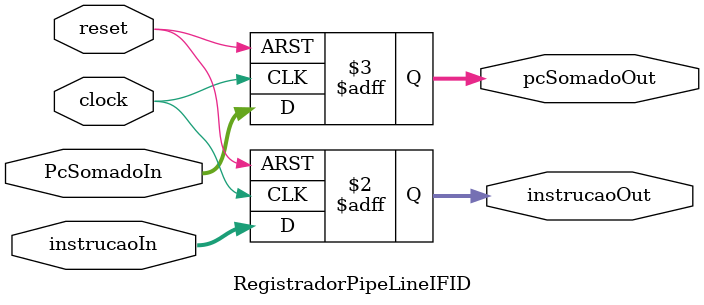
<source format=v>


module RegistradorPipeLineIFID (clock,reset,instrucaoIn,PcSomadoIn,instrucaoOut,pcSomadoOut);

//entradas deste modulo
input clock;
input reset;
input [31:0] instrucaoIn;
input [31:0] PcSomadoIn;

//saidas deste modulo 
output reg [31:0] instrucaoOut;
output reg [31:0] pcSomadoOut;


always @(negedge clock or posedge  reset) // quando o clock subir de borda...
begin

   instrucaoOut <= instrucaoIn;
   pcSomadoOut <= PcSomadoIn;   

  if(reset) begin // quando ativar reset....

   instrucaoOut <= 32'b00000000000000000000000000000000;
   pcSomadoOut <= 32'b00000000000000000000000000000000; 
   
  end    
end


endmodule

</source>
